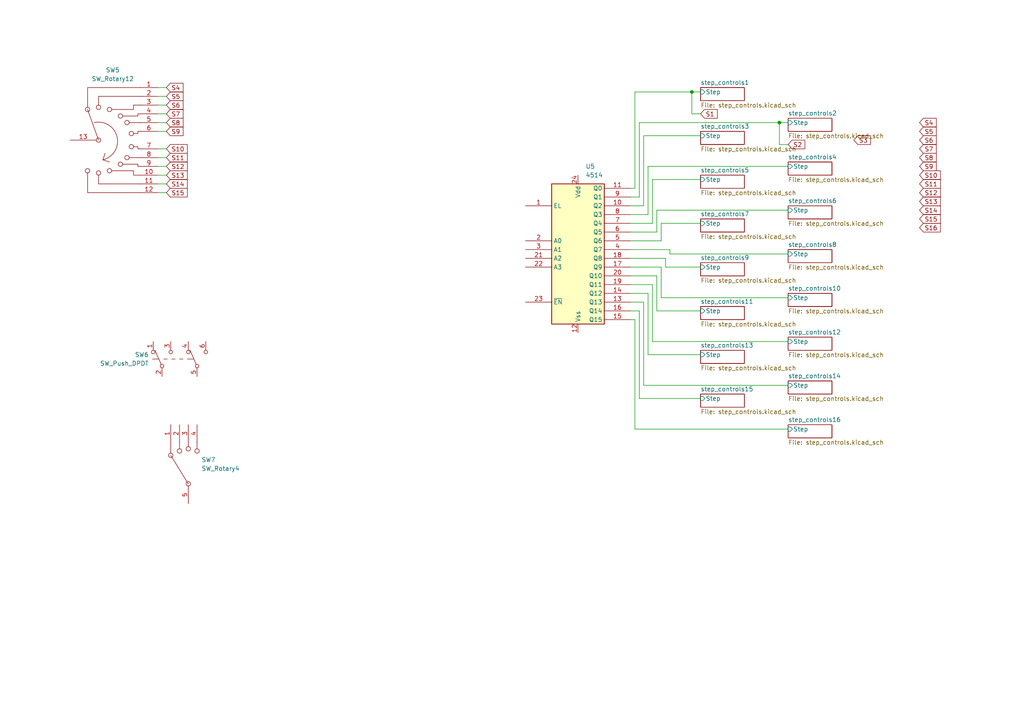
<source format=kicad_sch>
(kicad_sch (version 20230121) (generator eeschema)
  (paper "A4")
  (lib_symbols
    (symbol "4xxx_IEEE:4514"
      (property "Reference" "U" (at 6.35 21.59 0))
      (property "Value" "4514" (at 7.62 -22.86 0))
      (symbol "4514_0_1"
        (rectangle (start 7.62 20.32) (end -7.62 -20.32) (stroke (width 0.254)) (fill (type background)))
      )
      (symbol "4514_1_1"
        (pin input line (at -15.24 13.97 0) (length 7.62) (name "EL") (number "1"))
        (pin output line (at 15.24 13.97 180) (length 7.62) (name "Q2") (number "10"))
        (pin output line (at 15.24 19.05 180) (length 7.62) (name "Q0") (number "11"))
        (pin power_in line (at 0 -22.86 90) (length 2.54) (name "Vss") (number "12"))
        (pin output line (at 15.24 -13.97 180) (length 7.62) (name "Q13") (number "13"))
        (pin output line (at 15.24 -11.43 180) (length 7.62) (name "Q12") (number "14"))
        (pin output line (at 15.24 -19.05 180) (length 7.62) (name "Q15") (number "15"))
        (pin output line (at 15.24 -16.51 180) (length 7.62) (name "Q14") (number "16"))
        (pin output line (at 15.24 -3.81 180) (length 7.62) (name "Q9") (number "17"))
        (pin output line (at 15.24 -1.27 180) (length 7.62) (name "Q8") (number "18"))
        (pin output line (at 15.24 -8.89 180) (length 7.62) (name "Q11") (number "19"))
        (pin input line (at -15.24 3.81 0) (length 7.62) (name "A0") (number "2"))
        (pin output line (at 15.24 -6.35 180) (length 7.62) (name "Q10") (number "20"))
        (pin input line (at -15.24 -1.27 0) (length 7.62) (name "A2") (number "21"))
        (pin input line (at -15.24 -3.81 0) (length 7.62) (name "A3") (number "22"))
        (pin input line (at -15.24 -13.97 0) (length 7.62) (name "~{EN}") (number "23"))
        (pin power_in line (at 0 22.86 270) (length 2.54) (name "Vdd") (number "24"))
        (pin input line (at -15.24 1.27 0) (length 7.62) (name "A1") (number "3"))
        (pin output line (at 15.24 1.27 180) (length 7.62) (name "Q7") (number "4"))
        (pin output line (at 15.24 3.81 180) (length 7.62) (name "Q6") (number "5"))
        (pin output line (at 15.24 6.35 180) (length 7.62) (name "Q5") (number "6"))
        (pin output line (at 15.24 8.89 180) (length 7.62) (name "Q4") (number "7"))
        (pin output line (at 15.24 11.43 180) (length 7.62) (name "Q3") (number "8"))
        (pin output line (at 15.24 16.51 180) (length 7.62) (name "Q1") (number "9"))
      )
    )
    (symbol "Switch:SW_Push_DPDT" (pin_names (offset 0) hide)
      (property "Reference" "SW" (at 0 8.89 0))
      (property "Value" "SW_Push_DPDT" (at 0 -10.16 0))
      (symbol "SW_Push_DPDT_0_0"
        (circle (center -2.032 -5.08) (radius 0.508))
        (circle (center -2.032 5.08) (radius 0.508))
        (circle (center 2.032 -7.62) (radius 0.508))
        (circle (center 2.032 2.54) (radius 0.508))
      )
      (symbol "SW_Push_DPDT_0_1"
        (polyline (pts (xy -1.524 -4.826) (xy 2.54 -3.048)))
        (polyline (pts (xy -1.524 5.334) (xy 2.54 7.112)))
        (polyline (pts (xy 0 -2.286) (xy 0 -4.064)))
        (polyline (pts (xy 0 -1.016) (xy 0 0)))
        (polyline (pts (xy 0 1.27) (xy 0 2.286)))
        (polyline (pts (xy 0 3.556) (xy 0 4.572)))
        (polyline (pts (xy 0 7.874) (xy 0 6.096)))
        (circle (center 2.032 -2.54) (radius 0.508))
        (circle (center 2.032 7.62) (radius 0.508))
      )
      (symbol "SW_Push_DPDT_1_1"
        (pin passive line (at 5.08 7.62 180) (length 2.54) (name "A") (number "1"))
        (pin passive line (at -5.08 5.08 0) (length 2.54) (name "B") (number "2"))
        (pin passive line (at 5.08 2.54 180) (length 2.54) (name "C") (number "3"))
        (pin passive line (at 5.08 -2.54 180) (length 2.54) (name "A") (number "4"))
        (pin passive line (at -5.08 -5.08 0) (length 2.54) (name "B") (number "5"))
        (pin passive line (at 5.08 -7.62 180) (length 2.54) (name "C") (number "6"))
      )
    )
    (symbol "Switch:SW_Rotary12" (pin_names (offset 1.016) hide)
      (property "Reference" "SW" (at 0 17.78 0))
      (property "Value" "SW_Rotary12" (at 0 -17.78 0))
      (symbol "SW_Rotary12_0_0"
        (circle (center -10.16 -8.89) (radius 0.635))
        (circle (center -10.16 8.89) (radius 0.635))
        (circle (center -6.985 -9.525) (radius 0.635))
        (circle (center -6.985 0) (radius 0.635))
        (circle (center -6.985 9.525) (radius 0.635))
        (arc (start -5.715 -5.715) (mid -1.5995 0.937) (end -8.255 5.08))
        (circle (center -3.81 -8.89) (radius 0.635))
        (circle (center -3.81 8.89) (radius 0.635))
        (circle (center -0.635 -6.985) (radius 0.635))
        (circle (center -0.635 6.985) (radius 0.635))
        (polyline (pts (xy -6.985 0) (xy -10.16 8.89)))
        (polyline (pts (xy -5.715 -5.715) (xy -5.08 -3.81)))
        (polyline (pts (xy -5.715 -5.715) (xy -3.81 -6.35)))
        (polyline (pts (xy 1.905 -5.08) (xy 5.08 -5.08)))
        (polyline (pts (xy 1.905 5.08) (xy 5.08 5.08)))
        (polyline (pts (xy -10.16 -9.525) (xy -10.16 -15.24) (xy 5.08 -15.24)))
        (polyline (pts (xy -10.16 9.525) (xy -10.16 15.24) (xy 5.08 15.24)))
        (polyline (pts (xy -6.985 -10.16) (xy -6.985 -12.7) (xy 5.08 -12.7)))
        (polyline (pts (xy -6.985 10.16) (xy -6.985 12.7) (xy 5.08 12.7)))
        (polyline (pts (xy -3.175 -8.89) (xy 3.175 -8.89) (xy 3.175 -10.16) (xy 5.08 -10.16)))
        (polyline (pts (xy -3.175 8.89) (xy 3.175 8.89) (xy 3.175 10.16) (xy 5.08 10.16)))
        (polyline (pts (xy 0 -6.985) (xy 4.445 -6.985) (xy 4.445 -7.62) (xy 5.08 -7.62)))
        (polyline (pts (xy 0 6.985) (xy 4.445 6.985) (xy 4.445 7.62) (xy 5.08 7.62)))
        (polyline (pts (xy 3.175 -1.905) (xy 4.445 -1.905) (xy 4.445 -2.54) (xy 5.08 -2.54)))
        (polyline (pts (xy 3.175 1.905) (xy 4.445 1.905) (xy 4.445 2.54) (xy 5.08 2.54)))
        (circle (center 1.27 -5.08) (radius 0.635))
        (circle (center 1.27 5.08) (radius 0.635))
        (circle (center 2.54 -1.905) (radius 0.635))
        (circle (center 2.54 1.905) (radius 0.635))
      )
      (symbol "SW_Rotary12_0_1"
        (pin passive line (at 10.16 15.24 180) (length 5.08) (name "1") (number "1"))
        (pin passive line (at 10.16 -10.16 180) (length 5.08) (name "10") (number "10"))
        (pin passive line (at 10.16 -12.7 180) (length 5.08) (name "11") (number "11"))
        (pin passive line (at 10.16 -15.24 180) (length 5.08) (name "12") (number "12"))
        (pin passive line (at -15.24 0 0) (length 7.62) (name "13") (number "13"))
        (pin passive line (at 10.16 12.7 180) (length 5.08) (name "2") (number "2"))
        (pin passive line (at 10.16 10.16 180) (length 5.08) (name "3") (number "3"))
        (pin passive line (at 10.16 7.62 180) (length 5.08) (name "4") (number "4"))
        (pin passive line (at 10.16 5.08 180) (length 5.08) (name "5") (number "5"))
        (pin passive line (at 10.16 2.54 180) (length 5.08) (name "6") (number "6"))
        (pin passive line (at 10.16 -2.54 180) (length 5.08) (name "7") (number "7"))
        (pin passive line (at 10.16 -5.08 180) (length 5.08) (name "8") (number "8"))
        (pin passive line (at 10.16 -7.62 180) (length 5.08) (name "9") (number "9"))
      )
    )
    (symbol "Synth:SW_Rotary4" (pin_names (offset 1.016) hide)
      (property "Reference" "SW2" (at 1.27 10.16 0))
      (property "Value" "SW_Rotary4" (at 1.27 7.62 0))
      (symbol "SW_Rotary4_0_0"
        (circle (center -4.445 0) (radius 0.635))
        (polyline (pts (xy -4.445 0) (xy 3.81 5.08)))
        (polyline (pts (xy 4.445 5.08) (xy 7.62 5.08)))
        (polyline (pts (xy 5.715 -2.54) (xy 7.62 -2.54)))
        (polyline (pts (xy 5.715 2.54) (xy 7.62 2.54)))
        (polyline (pts (xy 6.35 0) (xy 7.62 0)))
        (circle (center 3.81 5.08) (radius 0.635))
        (circle (center 5.08 -2.54) (radius 0.635))
        (circle (center 5.08 2.54) (radius 0.635))
        (circle (center 5.715 0) (radius 0.635))
      )
      (symbol "SW_Rotary4_0_1"
        (pin passive line (at 12.7 5.08 180) (length 5.08) (name "1") (number "1"))
        (pin passive line (at 12.7 2.54 180) (length 5.08) (name "2") (number "2"))
        (pin passive line (at 12.7 0 180) (length 5.08) (name "3") (number "3"))
        (pin passive line (at 12.7 -2.54 180) (length 5.08) (name "4") (number "4"))
      )
      (symbol "SW_Rotary4_1_1"
        (pin passive line (at -10.16 0 0) (length 5.08) (name "5") (number "5"))
      )
    )
  )
  (junction (at 226.06 35.56))
  (junction (at 200.66 26.67))
  (wire (pts (xy 45.72 33.02) (xy 48.26 33.02)))
  (wire (pts (xy 186.69 59.69) (xy 186.69 39.37)))
  (wire (pts (xy 187.96 102.87) (xy 203.2 102.87)))
  (wire (pts (xy 184.15 92.71) (xy 184.15 124.46)))
  (wire (pts (xy 182.88 67.31) (xy 190.5 67.31)))
  (wire (pts (xy 45.72 25.4) (xy 48.26 25.4)))
  (wire (pts (xy 182.88 72.39) (xy 194.31 72.39)))
  (wire (pts (xy 45.72 38.1) (xy 48.26 38.1)))
  (wire (pts (xy 182.88 64.77) (xy 189.23 64.77)))
  (wire (pts (xy 189.23 64.77) (xy 189.23 52.07)))
  (wire (pts (xy 186.69 39.37) (xy 203.2 39.37)))
  (wire (pts (xy 45.72 35.56) (xy 48.26 35.56)))
  (wire (pts (xy 182.88 57.15) (xy 185.42 57.15)))
  (wire (pts (xy 200.66 33.02) (xy 200.66 26.67)))
  (wire (pts (xy 185.42 57.15) (xy 185.42 35.56)))
  (wire (pts (xy 184.15 26.67) (xy 200.66 26.67)))
  (wire (pts (xy 182.88 62.23) (xy 187.96 62.23)))
  (wire (pts (xy 187.96 62.23) (xy 187.96 48.26)))
  (wire (pts (xy 185.42 115.57) (xy 203.2 115.57)))
  (wire (pts (xy 182.88 74.93) (xy 193.04 74.93)))
  (wire (pts (xy 226.06 41.91) (xy 226.06 35.56)))
  (wire (pts (xy 45.72 27.94) (xy 48.26 27.94)))
  (wire (pts (xy 182.88 87.63) (xy 186.69 87.63)))
  (wire (pts (xy 190.5 60.96) (xy 228.6 60.96)))
  (wire (pts (xy 190.5 67.31) (xy 190.5 60.96)))
  (wire (pts (xy 45.72 55.88) (xy 48.26 55.88)))
  (wire (pts (xy 189.23 82.55) (xy 189.23 99.06)))
  (wire (pts (xy 45.72 30.48) (xy 48.26 30.48)))
  (wire (pts (xy 194.31 72.39) (xy 194.31 73.66)))
  (wire (pts (xy 182.88 77.47) (xy 191.77 77.47)))
  (wire (pts (xy 193.04 74.93) (xy 193.04 77.47)))
  (wire (pts (xy 190.5 90.17) (xy 203.2 90.17)))
  (wire (pts (xy 182.88 85.09) (xy 187.96 85.09)))
  (wire (pts (xy 182.88 80.01) (xy 190.5 80.01)))
  (wire (pts (xy 189.23 52.07) (xy 203.2 52.07)))
  (wire (pts (xy 203.2 33.02) (xy 200.66 33.02)))
  (wire (pts (xy 193.04 77.47) (xy 203.2 77.47)))
  (wire (pts (xy 186.69 111.76) (xy 228.6 111.76)))
  (wire (pts (xy 182.88 90.17) (xy 185.42 90.17)))
  (wire (pts (xy 45.72 45.72) (xy 48.26 45.72)))
  (wire (pts (xy 45.72 48.26) (xy 48.26 48.26)))
  (wire (pts (xy 185.42 90.17) (xy 185.42 115.57)))
  (wire (pts (xy 187.96 85.09) (xy 187.96 102.87)))
  (wire (pts (xy 185.42 35.56) (xy 226.06 35.56)))
  (wire (pts (xy 182.88 59.69) (xy 186.69 59.69)))
  (wire (pts (xy 190.5 80.01) (xy 190.5 90.17)))
  (wire (pts (xy 200.66 26.67) (xy 203.2 26.67)))
  (wire (pts (xy 45.72 53.34) (xy 48.26 53.34)))
  (wire (pts (xy 184.15 54.61) (xy 184.15 26.67)))
  (wire (pts (xy 189.23 99.06) (xy 228.6 99.06)))
  (wire (pts (xy 226.06 35.56) (xy 228.6 35.56)))
  (wire (pts (xy 191.77 77.47) (xy 191.77 86.36)))
  (wire (pts (xy 187.96 48.26) (xy 228.6 48.26)))
  (wire (pts (xy 191.77 64.77) (xy 203.2 64.77)))
  (wire (pts (xy 184.15 124.46) (xy 228.6 124.46)))
  (wire (pts (xy 45.72 50.8) (xy 48.26 50.8)))
  (wire (pts (xy 182.88 92.71) (xy 184.15 92.71)))
  (wire (pts (xy 191.77 69.85) (xy 191.77 64.77)))
  (wire (pts (xy 182.88 82.55) (xy 189.23 82.55)))
  (wire (pts (xy 45.72 43.18) (xy 48.26 43.18)))
  (wire (pts (xy 182.88 54.61) (xy 184.15 54.61)))
  (wire (pts (xy 191.77 86.36) (xy 228.6 86.36)))
  (wire (pts (xy 228.6 41.91) (xy 226.06 41.91)))
  (wire (pts (xy 182.88 69.85) (xy 191.77 69.85)))
  (wire (pts (xy 194.31 73.66) (xy 228.6 73.66)))
  (wire (pts (xy 186.69 87.63) (xy 186.69 111.76)))
  (global_label "S10" (shape input) (at 48.26 43.18 0) (property "Intersheetrefs" "${INTERSHEET_REFS}" (effects hide)))
  (global_label "S5" (shape input) (at 48.26 27.94 0) (property "Intersheetrefs" "${INTERSHEET_REFS}" (effects hide)))
  (global_label "S6" (shape input) (at 48.26 30.48 0) (property "Intersheetrefs" "${INTERSHEET_REFS}" (effects hide)))
  (global_label "S9" (shape input) (at 266.7 48.26 0) (property "Intersheetrefs" "${INTERSHEET_REFS}" (effects hide)))
  (global_label "S13" (shape input) (at 48.26 50.8 0) (property "Intersheetrefs" "${INTERSHEET_REFS}" (effects hide)))
  (global_label "S6" (shape input) (at 266.7 40.64 0) (property "Intersheetrefs" "${INTERSHEET_REFS}" (effects hide)))
  (global_label "S13" (shape input) (at 266.7 58.42 0) (property "Intersheetrefs" "${INTERSHEET_REFS}" (effects hide)))
  (global_label "S16" (shape input) (at 266.7 66.04 0) (property "Intersheetrefs" "${INTERSHEET_REFS}" (effects hide)))
  (global_label "S15" (shape input) (at 266.7 63.5 0) (property "Intersheetrefs" "${INTERSHEET_REFS}" (effects hide)))
  (global_label "S8" (shape input) (at 266.7 45.72 0) (property "Intersheetrefs" "${INTERSHEET_REFS}" (effects hide)))
  (global_label "S14" (shape input) (at 48.26 53.34 0) (property "Intersheetrefs" "${INTERSHEET_REFS}" (effects hide)))
  (global_label "S1" (shape input) (at 203.2 33.02 0) (property "Intersheetrefs" "${INTERSHEET_REFS}" (effects hide)))
  (global_label "S11" (shape input) (at 48.26 45.72 0) (property "Intersheetrefs" "${INTERSHEET_REFS}" (effects hide)))
  (global_label "S2" (shape input) (at 228.6 41.91 0) (property "Intersheetrefs" "${INTERSHEET_REFS}" (effects hide)))
  (global_label "S8" (shape input) (at 48.26 35.56 0) (property "Intersheetrefs" "${INTERSHEET_REFS}" (effects hide)))
  (global_label "S14" (shape input) (at 266.7 60.96 0) (property "Intersheetrefs" "${INTERSHEET_REFS}" (effects hide)))
  (global_label "S12" (shape input) (at 48.26 48.26 0) (property "Intersheetrefs" "${INTERSHEET_REFS}" (effects hide)))
  (global_label "S4" (shape input) (at 48.26 25.4 0) (property "Intersheetrefs" "${INTERSHEET_REFS}" (effects hide)))
  (global_label "S7" (shape input) (at 266.7 43.18 0) (property "Intersheetrefs" "${INTERSHEET_REFS}" (effects hide)))
  (global_label "S4" (shape input) (at 266.7 35.56 0) (property "Intersheetrefs" "${INTERSHEET_REFS}" (effects hide)))
  (global_label "S10" (shape input) (at 266.7 50.8 0) (property "Intersheetrefs" "${INTERSHEET_REFS}" (effects hide)))
  (global_label "S9" (shape input) (at 48.26 38.1 0) (property "Intersheetrefs" "${INTERSHEET_REFS}" (effects hide)))
  (global_label "S12" (shape input) (at 266.7 55.88 0) (property "Intersheetrefs" "${INTERSHEET_REFS}" (effects hide)))
  (global_label "S5" (shape input) (at 266.7 38.1 0) (property "Intersheetrefs" "${INTERSHEET_REFS}" (effects hide)))
  (global_label "S15" (shape input) (at 48.26 55.88 0) (property "Intersheetrefs" "${INTERSHEET_REFS}" (effects hide)))
  (global_label "S7" (shape input) (at 48.26 33.02 0) (property "Intersheetrefs" "${INTERSHEET_REFS}" (effects hide)))
  (global_label "S11" (shape input) (at 266.7 53.34 0) (property "Intersheetrefs" "${INTERSHEET_REFS}" (effects hide)))
  (global_label "S3" (shape input) (at 247.65 40.64 0) (property "Intersheetrefs" "${INTERSHEET_REFS}" (effects hide)))
  (symbol (lib_id "Switch:SW_Rotary12") (at 35.56 40.64 0) (unit 1)
    (property "Reference" "SW5" (at 32.7025 20.32 0))
    (property "Value" "SW_Rotary12" (at 32.7025 22.86 0))
    (property "Datasheet" "http://cdn-reichelt.de/documents/datenblatt/C200/DS-Serie%23LOR.pdf" (effects hide))
  )
  (symbol (lib_id "Synth:SW_Rotary4") (at 54.61 135.89 90) (unit 1)
    (property "Reference" "SW7" (at 58.42 133.35 90) (effects (justify right)))
    (property "Value" "SW_Rotary4" (at 58.42 135.89 90) (effects (justify right)))
    (property "Datasheet" "http://cdn-reichelt.de/documents/datenblatt/C200/DS-Serie%23LOR.pdf" (effects hide))
  )
  (symbol (lib_id "4xxx_IEEE:4514") (at 167.64 73.66 0) (unit 1)
    (property "Reference" "U5" (at 169.8341 48.26 0) (effects (justify left)))
    (property "Value" "4514" (at 169.8341 50.8 0) (effects (justify left)))
  )
  (symbol (lib_id "Switch:SW_Push_DPDT") (at 52.07 104.14 90) (unit 1)
    (property "Reference" "SW6" (at 43.18 102.87 90) (effects (justify left)))
    (property "Value" "SW_Push_DPDT" (at 43.18 105.41 90) (effects (justify left)))
  )
  (sheet (at 228.6 97.79) (size 12.7 3.81) (stroke (width 0.1524))
    (property "Sheetname" "step_controls12" (at 228.6 97.0784 0) (effects (justify left bottom)))
    (property "Sheetfile" "step_controls.kicad_sch" (at 228.6 102.1846 0) (effects (justify left top)))
    (pin "Step" input (at 228.6 99.06 180))
  )
  (sheet (at 228.6 85.09) (size 12.7 3.81) (stroke (width 0.1524))
    (property "Sheetname" "step_controls10" (at 228.6 84.3784 0) (effects (justify left bottom)))
    (property "Sheetfile" "step_controls.kicad_sch" (at 228.6 89.4846 0) (effects (justify left top)))
    (pin "Step" input (at 228.6 86.36 180))
  )
  (sheet (at 203.2 88.9) (size 12.7 3.81) (stroke (width 0.1524))
    (property "Sheetname" "step_controls11" (at 203.2 88.1884 0) (effects (justify left bottom)))
    (property "Sheetfile" "step_controls.kicad_sch" (at 203.2 93.2946 0) (effects (justify left top)))
    (pin "Step" input (at 203.2 90.17 180))
  )
  (sheet (at 228.6 110.49) (size 12.7 3.81) (stroke (width 0.1524))
    (property "Sheetname" "step_controls14" (at 228.6 109.7784 0) (effects (justify left bottom)))
    (property "Sheetfile" "step_controls.kicad_sch" (at 228.6 114.8846 0) (effects (justify left top)))
    (pin "Step" input (at 228.6 111.76 180))
  )
  (sheet (at 203.2 38.1) (size 12.7 3.81) (stroke (width 0.1524))
    (property "Sheetname" "step_controls3" (at 203.2 37.3884 0) (effects (justify left bottom)))
    (property "Sheetfile" "step_controls.kicad_sch" (at 203.2 42.4946 0) (effects (justify left top)))
    (pin "Step" input (at 203.2 39.37 180))
  )
  (sheet (at 228.6 72.39) (size 12.7 3.81) (stroke (width 0.1524))
    (property "Sheetname" "step_controls8" (at 228.6 71.6784 0) (effects (justify left bottom)))
    (property "Sheetfile" "step_controls.kicad_sch" (at 228.6 76.7846 0) (effects (justify left top)))
    (pin "Step" input (at 228.6 73.66 180))
  )
  (sheet (at 203.2 101.6) (size 12.7 3.81) (stroke (width 0.1524))
    (property "Sheetname" "step_controls13" (at 203.2 100.8884 0) (effects (justify left bottom)))
    (property "Sheetfile" "step_controls.kicad_sch" (at 203.2 105.9946 0) (effects (justify left top)))
    (pin "Step" input (at 203.2 102.87 180))
  )
  (sheet (at 203.2 25.4) (size 12.7 3.81) (stroke (width 0.1524))
    (property "Sheetname" "step_controls1" (at 203.2 24.6884 0) (effects (justify left bottom)))
    (property "Sheetfile" "step_controls.kicad_sch" (at 203.2 29.7946 0) (effects (justify left top)))
    (pin "Step" input (at 203.2 26.67 180))
  )
  (sheet (at 203.2 76.2) (size 12.7 3.81) (stroke (width 0.1524))
    (property "Sheetname" "step_controls9" (at 203.2 75.4884 0) (effects (justify left bottom)))
    (property "Sheetfile" "step_controls.kicad_sch" (at 203.2 80.5946 0) (effects (justify left top)))
    (pin "Step" input (at 203.2 77.47 180))
  )
  (sheet (at 203.2 114.3) (size 12.7 3.81) (stroke (width 0.1524))
    (property "Sheetname" "step_controls15" (at 203.2 113.5884 0) (effects (justify left bottom)))
    (property "Sheetfile" "step_controls.kicad_sch" (at 203.2 118.6946 0) (effects (justify left top)))
    (pin "Step" input (at 203.2 115.57 180))
  )
  (sheet (at 228.6 46.99) (size 12.7 3.81) (stroke (width 0.1524))
    (property "Sheetname" "step_controls4" (at 228.6 46.2784 0) (effects (justify left bottom)))
    (property "Sheetfile" "step_controls.kicad_sch" (at 228.6 51.3846 0) (effects (justify left top)))
    (pin "Step" input (at 228.6 48.26 180))
  )
  (sheet (at 203.2 50.8) (size 12.7 3.81) (stroke (width 0.1524))
    (property "Sheetname" "step_controls5" (at 203.2 50.0884 0) (effects (justify left bottom)))
    (property "Sheetfile" "step_controls.kicad_sch" (at 203.2 55.1946 0) (effects (justify left top)))
    (pin "Step" input (at 203.2 52.07 180))
  )
  (sheet (at 203.2 63.5) (size 12.7 3.81) (stroke (width 0.1524))
    (property "Sheetname" "step_controls7" (at 203.2 62.7884 0) (effects (justify left bottom)))
    (property "Sheetfile" "step_controls.kicad_sch" (at 203.2 67.8946 0) (effects (justify left top)))
    (pin "Step" input (at 203.2 64.77 180))
  )
  (sheet (at 228.6 59.69) (size 12.7 3.81) (stroke (width 0.1524))
    (property "Sheetname" "step_controls6" (at 228.6 58.9784 0) (effects (justify left bottom)))
    (property "Sheetfile" "step_controls.kicad_sch" (at 228.6 64.0846 0) (effects (justify left top)))
    (pin "Step" input (at 228.6 60.96 180))
  )
  (sheet (at 228.6 34.29) (size 12.7 3.81) (stroke (width 0.1524))
    (property "Sheetname" "step_controls2" (at 228.6 33.5784 0) (effects (justify left bottom)))
    (property "Sheetfile" "step_controls.kicad_sch" (at 228.6 38.6846 0) (effects (justify left top)))
    (pin "Step" input (at 228.6 35.56 180))
  )
  (sheet (at 228.6 123.19) (size 12.7 3.81) (stroke (width 0.1524))
    (property "Sheetname" "step_controls16" (at 228.6 122.4784 0) (effects (justify left bottom)))
    (property "Sheetfile" "step_controls.kicad_sch" (at 228.6 127.5846 0) (effects (justify left top)))
    (pin "Step" input (at 228.6 124.46 180))
  )
)
</source>
